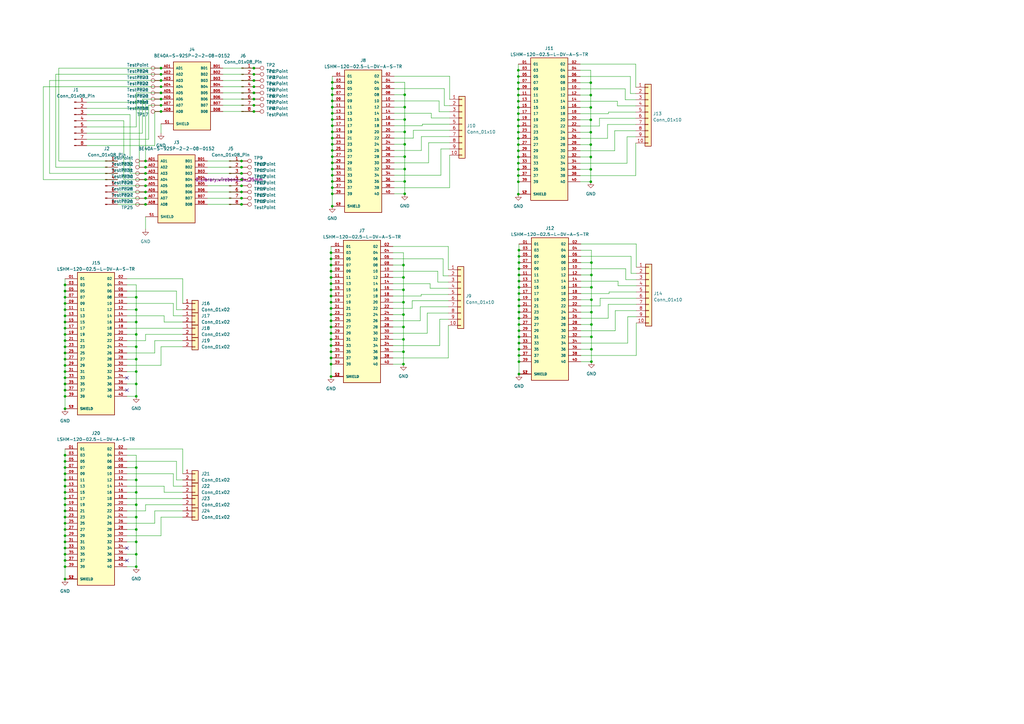
<source format=kicad_sch>
(kicad_sch (version 20230121) (generator eeschema)
  (paper "A3")
  (junction (at 135.763 144.272))
  (junction (at 55.88 207.01))
  (junction (at 212.598 49.149))
  (junction (at 55.88 212.09))
  (junction (at 26.67 219.71))
  (junction (at 165.481 149.352))
  (junction (at 212.852 115.316))
  (junction (at 212.852 133.096))
  (junction (at 136.271 41.402))
  (junction (at 104.14 38.1))
  (junction (at 136.271 43.942))
  (junction (at 26.67 139.7))
  (junction (at 136.271 54.102))
  (junction (at 212.598 74.549))
  (junction (at 26.67 167.64))
  (junction (at 136.271 66.802))
  (junction (at 104.14 33.02))
  (junction (at 135.763 121.412))
  (junction (at 212.852 138.176))
  (junction (at 165.481 108.712))
  (junction (at 242.57 122.936))
  (junction (at 135.763 134.112))
  (junction (at 212.852 130.556))
  (junction (at 26.67 199.39))
  (junction (at 99.06 81.28))
  (junction (at 165.989 69.342))
  (junction (at 26.67 194.31))
  (junction (at 136.271 71.882))
  (junction (at 55.88 217.17))
  (junction (at 242.316 69.469))
  (junction (at 59.69 71.12))
  (junction (at 212.598 61.849))
  (junction (at 136.271 84.582))
  (junction (at 66.04 43.18))
  (junction (at 165.481 118.872))
  (junction (at 59.69 83.82))
  (junction (at 26.67 224.79))
  (junction (at 212.852 110.236))
  (junction (at 136.271 33.782))
  (junction (at 165.989 64.262))
  (junction (at 59.69 73.66))
  (junction (at 136.271 59.182))
  (junction (at 136.271 49.022))
  (junction (at 104.14 45.72))
  (junction (at 26.67 212.09))
  (junction (at 104.14 43.18))
  (junction (at 135.763 126.492))
  (junction (at 55.88 132.08))
  (junction (at 26.67 147.32))
  (junction (at 212.598 79.629))
  (junction (at 165.989 59.182))
  (junction (at 212.598 31.369))
  (junction (at 104.14 27.94))
  (junction (at 135.763 123.952))
  (junction (at 135.763 118.872))
  (junction (at 99.06 71.12))
  (junction (at 242.316 44.069))
  (junction (at 136.271 76.962))
  (junction (at 55.88 157.48))
  (junction (at 66.04 40.64))
  (junction (at 66.04 35.56))
  (junction (at 136.271 74.422))
  (junction (at 136.271 64.262))
  (junction (at 135.763 141.732))
  (junction (at 135.763 113.792))
  (junction (at 26.67 162.56))
  (junction (at 136.271 51.562))
  (junction (at 212.598 64.389))
  (junction (at 26.67 129.54))
  (junction (at 136.271 36.322))
  (junction (at 212.852 112.776))
  (junction (at 242.316 49.149))
  (junction (at 55.88 162.56))
  (junction (at 66.04 27.94))
  (junction (at 26.67 137.16))
  (junction (at 135.763 111.252))
  (junction (at 59.69 81.28))
  (junction (at 135.763 116.332))
  (junction (at 135.763 136.652))
  (junction (at 212.598 66.929))
  (junction (at 26.67 232.41))
  (junction (at 26.67 209.55))
  (junction (at 26.67 132.08))
  (junction (at 55.88 227.33))
  (junction (at 55.88 142.24))
  (junction (at 212.852 120.396))
  (junction (at 242.57 138.176))
  (junction (at 242.57 112.776))
  (junction (at 135.763 131.572))
  (junction (at 212.598 38.989))
  (junction (at 136.271 56.642))
  (junction (at 165.481 134.112))
  (junction (at 212.852 107.696))
  (junction (at 242.57 133.096))
  (junction (at 59.69 76.2))
  (junction (at 165.989 54.102))
  (junction (at 212.598 72.009))
  (junction (at 165.989 38.862))
  (junction (at 26.67 196.85))
  (junction (at 55.88 232.41))
  (junction (at 212.598 59.309))
  (junction (at 212.852 145.796))
  (junction (at 165.481 123.952))
  (junction (at 59.69 68.58))
  (junction (at 26.67 160.02))
  (junction (at 99.06 83.82))
  (junction (at 136.271 61.722))
  (junction (at 59.69 78.74))
  (junction (at 135.763 146.812))
  (junction (at 55.88 127))
  (junction (at 165.481 113.792))
  (junction (at 212.598 46.609))
  (junction (at 55.88 137.16))
  (junction (at 99.06 73.66))
  (junction (at 136.271 69.342))
  (junction (at 26.67 229.87))
  (junction (at 55.88 222.25))
  (junction (at 242.57 107.696))
  (junction (at 212.598 44.069))
  (junction (at 212.598 28.829))
  (junction (at 26.67 237.49))
  (junction (at 135.763 103.632))
  (junction (at 26.67 154.94))
  (junction (at 55.88 191.77))
  (junction (at 136.271 38.862))
  (junction (at 26.67 134.62))
  (junction (at 242.57 117.856))
  (junction (at 212.852 117.856))
  (junction (at 26.67 142.24))
  (junction (at 26.67 201.93))
  (junction (at 212.852 135.636))
  (junction (at 136.271 46.482))
  (junction (at 212.598 33.909))
  (junction (at 165.989 43.942))
  (junction (at 212.852 153.416))
  (junction (at 104.14 30.48))
  (junction (at 212.598 56.769))
  (junction (at 26.67 227.33))
  (junction (at 99.06 78.74))
  (junction (at 26.67 127))
  (junction (at 26.67 204.47))
  (junction (at 99.06 66.04))
  (junction (at 242.57 128.016))
  (junction (at 242.316 74.549))
  (junction (at 212.852 148.336))
  (junction (at 242.316 33.909))
  (junction (at 26.67 116.84))
  (junction (at 26.67 217.17))
  (junction (at 212.852 122.936))
  (junction (at 26.67 207.01))
  (junction (at 242.316 38.989))
  (junction (at 242.316 59.309))
  (junction (at 26.67 144.78))
  (junction (at 26.67 222.25))
  (junction (at 136.271 79.502))
  (junction (at 212.598 51.689))
  (junction (at 135.763 139.192))
  (junction (at 212.852 143.256))
  (junction (at 212.852 125.476))
  (junction (at 55.88 196.85))
  (junction (at 55.88 121.92))
  (junction (at 99.06 76.2))
  (junction (at 165.989 74.422))
  (junction (at 26.67 191.77))
  (junction (at 135.763 149.352))
  (junction (at 26.67 157.48))
  (junction (at 135.763 108.712))
  (junction (at 212.852 102.616))
  (junction (at 66.04 30.48))
  (junction (at 66.04 38.1))
  (junction (at 135.763 129.032))
  (junction (at 26.67 124.46))
  (junction (at 165.989 79.502))
  (junction (at 212.598 36.449))
  (junction (at 242.57 143.256))
  (junction (at 104.14 40.64))
  (junction (at 165.481 129.032))
  (junction (at 242.57 148.336))
  (junction (at 59.69 66.04))
  (junction (at 104.14 35.56))
  (junction (at 242.316 54.229))
  (junction (at 135.763 154.432))
  (junction (at 26.67 149.86))
  (junction (at 212.598 69.469))
  (junction (at 135.763 106.172))
  (junction (at 165.989 49.022))
  (junction (at 55.88 152.4))
  (junction (at 165.481 144.272))
  (junction (at 212.598 54.229))
  (junction (at 212.852 128.016))
  (junction (at 26.67 214.63))
  (junction (at 26.67 119.38))
  (junction (at 26.67 152.4))
  (junction (at 66.04 33.02))
  (junction (at 212.852 140.716))
  (junction (at 66.04 45.72))
  (junction (at 165.481 139.192))
  (junction (at 55.88 147.32))
  (junction (at 55.88 201.93))
  (junction (at 212.852 105.156))
  (junction (at 26.67 186.69))
  (junction (at 99.06 68.58))
  (junction (at 26.67 189.23))
  (junction (at 212.598 41.529))
  (junction (at 242.316 64.389))
  (junction (at 26.67 121.92))
  (no_connect (at 52.07 229.87))
  (no_connect (at 52.07 160.02))
  (no_connect (at 52.07 224.79))
  (no_connect (at 52.07 154.94))
  (wire (pts (xy 26.67 227.33) (xy 26.67 229.87)))
  (wire (pts (xy 58.42 54.61) (xy 58.42 40.64)))
  (wire (pts (xy 48.26 71.12) (xy 20.32 71.12)))
  (wire (pts (xy 242.57 122.936) (xy 242.57 128.016)))
  (wire (pts (xy 26.67 186.69) (xy 26.67 189.23)))
  (wire (pts (xy 52.07 191.77) (xy 55.88 191.77)))
  (wire (pts (xy 52.07 127) (xy 55.88 127)))
  (wire (pts (xy 161.671 66.802) (xy 175.768 66.802)))
  (wire (pts (xy 52.07 189.23) (xy 72.39 189.23)))
  (wire (pts (xy 180.34 130.937) (xy 183.896 130.937)))
  (wire (pts (xy 55.88 207.01) (xy 55.88 212.09)))
  (wire (pts (xy 71.12 194.31) (xy 71.12 199.39)))
  (wire (pts (xy 136.271 38.862) (xy 136.271 41.402)))
  (wire (pts (xy 238.252 117.856) (xy 242.57 117.856)))
  (wire (pts (xy 212.598 59.309) (xy 212.598 61.849)))
  (wire (pts (xy 135.763 116.332) (xy 135.763 118.872)))
  (wire (pts (xy 26.67 219.71) (xy 26.67 222.25)))
  (wire (pts (xy 237.998 38.989) (xy 242.316 38.989)))
  (wire (pts (xy 238.252 122.936) (xy 242.57 122.936)))
  (wire (pts (xy 52.07 201.93) (xy 55.88 201.93)))
  (wire (pts (xy 74.93 114.3) (xy 74.93 124.46)))
  (wire (pts (xy 237.998 54.229) (xy 242.316 54.229)))
  (wire (pts (xy 212.852 143.256) (xy 212.852 145.796)))
  (wire (pts (xy 91.44 38.1) (xy 104.14 38.1)))
  (wire (pts (xy 26.67 229.87) (xy 26.67 232.41)))
  (wire (pts (xy 212.852 112.776) (xy 212.852 115.316)))
  (wire (pts (xy 91.44 45.72) (xy 104.14 45.72)))
  (wire (pts (xy 257.429 140.716) (xy 257.429 129.921)))
  (wire (pts (xy 52.07 142.24) (xy 55.88 142.24)))
  (wire (pts (xy 55.88 147.32) (xy 55.88 152.4)))
  (wire (pts (xy 26.67 119.38) (xy 26.67 121.92)))
  (wire (pts (xy 253.238 43.434) (xy 260.731 43.434)))
  (wire (pts (xy 55.88 201.93) (xy 55.88 207.01)))
  (wire (pts (xy 237.998 66.929) (xy 257.175 66.929)))
  (wire (pts (xy 85.09 68.58) (xy 99.06 68.58)))
  (wire (pts (xy 55.88 212.09) (xy 55.88 217.17)))
  (wire (pts (xy 169.037 123.317) (xy 183.896 123.317)))
  (wire (pts (xy 237.998 26.289) (xy 260.731 26.289)))
  (wire (pts (xy 257.175 66.929) (xy 257.175 56.134)))
  (wire (pts (xy 67.31 201.93) (xy 74.93 201.93)))
  (wire (pts (xy 242.316 28.829) (xy 242.316 33.909)))
  (wire (pts (xy 52.07 121.92) (xy 55.88 121.92)))
  (wire (pts (xy 24.13 66.04) (xy 48.26 66.04)))
  (wire (pts (xy 179.578 111.252) (xy 179.578 115.697)))
  (wire (pts (xy 181.737 113.157) (xy 183.896 113.157)))
  (wire (pts (xy 258.826 112.141) (xy 260.985 112.141)))
  (wire (pts (xy 161.671 64.262) (xy 165.989 64.262)))
  (wire (pts (xy 161.163 141.732) (xy 180.34 141.732)))
  (wire (pts (xy 249.428 130.556) (xy 249.428 124.841)))
  (wire (pts (xy 249.555 45.974) (xy 260.731 45.974)))
  (wire (pts (xy 212.598 33.909) (xy 212.598 36.449)))
  (wire (pts (xy 238.252 100.076) (xy 260.985 100.076)))
  (wire (pts (xy 260.731 72.009) (xy 260.731 58.674)))
  (wire (pts (xy 161.671 36.322) (xy 182.245 36.322)))
  (wire (pts (xy 52.07 137.16) (xy 55.88 137.16)))
  (wire (pts (xy 48.26 78.74) (xy 59.69 78.74)))
  (wire (pts (xy 165.989 79.502) (xy 161.671 79.502)))
  (wire (pts (xy 136.271 46.482) (xy 136.271 49.022)))
  (wire (pts (xy 24.13 27.94) (xy 66.04 27.94)))
  (wire (pts (xy 26.67 154.94) (xy 26.67 157.48)))
  (wire (pts (xy 256.413 36.449) (xy 256.413 40.894)))
  (wire (pts (xy 26.67 114.3) (xy 26.67 116.84)))
  (wire (pts (xy 52.07 119.38) (xy 72.39 119.38)))
  (wire (pts (xy 161.671 31.242) (xy 184.404 31.242)))
  (wire (pts (xy 253.492 115.316) (xy 253.492 117.221)))
  (wire (pts (xy 212.598 44.069) (xy 212.598 46.609)))
  (wire (pts (xy 212.852 128.016) (xy 212.852 130.556)))
  (wire (pts (xy 66.04 38.1) (xy 55.88 38.1)))
  (wire (pts (xy 52.07 227.33) (xy 55.88 227.33)))
  (wire (pts (xy 161.163 146.812) (xy 183.896 146.812)))
  (wire (pts (xy 238.252 143.256) (xy 242.57 143.256)))
  (wire (pts (xy 55.88 52.07) (xy 35.56 52.07)))
  (wire (pts (xy 48.26 83.82) (xy 59.69 83.82)))
  (wire (pts (xy 252.349 135.636) (xy 252.349 127.381)))
  (wire (pts (xy 26.67 207.01) (xy 26.67 209.55)))
  (wire (pts (xy 238.252 133.096) (xy 242.57 133.096)))
  (wire (pts (xy 136.271 66.802) (xy 136.271 69.342)))
  (wire (pts (xy 212.598 56.769) (xy 212.598 59.309)))
  (wire (pts (xy 60.96 57.15) (xy 35.56 57.15)))
  (wire (pts (xy 161.163 126.492) (xy 169.037 126.492)))
  (wire (pts (xy 161.671 71.882) (xy 180.848 71.882)))
  (wire (pts (xy 55.88 127) (xy 55.88 132.08)))
  (wire (pts (xy 237.998 49.149) (xy 242.316 49.149)))
  (wire (pts (xy 67.31 129.54) (xy 67.31 132.08)))
  (wire (pts (xy 74.93 184.15) (xy 74.93 194.31)))
  (wire (pts (xy 249.174 51.054) (xy 260.731 51.054)))
  (wire (pts (xy 55.88 157.48) (xy 55.88 162.56)))
  (wire (pts (xy 182.245 43.307) (xy 184.404 43.307)))
  (wire (pts (xy 256.667 114.681) (xy 260.985 114.681)))
  (wire (pts (xy 52.07 212.09) (xy 55.88 212.09)))
  (wire (pts (xy 173.228 51.562) (xy 173.228 50.927)))
  (wire (pts (xy 161.671 69.342) (xy 165.989 69.342)))
  (wire (pts (xy 165.481 144.272) (xy 165.481 149.352)))
  (wire (pts (xy 252.095 53.594) (xy 260.731 53.594)))
  (wire (pts (xy 135.763 136.652) (xy 135.763 139.192)))
  (wire (pts (xy 59.69 71.12) (xy 53.34 71.12)))
  (wire (pts (xy 246.126 125.476) (xy 246.126 122.301)))
  (wire (pts (xy 161.163 139.192) (xy 165.481 139.192)))
  (wire (pts (xy 52.07 194.31) (xy 71.12 194.31)))
  (wire (pts (xy 165.989 49.022) (xy 165.989 54.102)))
  (wire (pts (xy 165.481 129.032) (xy 165.481 134.112)))
  (wire (pts (xy 52.07 157.48) (xy 55.88 157.48)))
  (wire (pts (xy 161.671 76.962) (xy 184.404 76.962)))
  (wire (pts (xy 161.163 101.092) (xy 183.896 101.092)))
  (wire (pts (xy 161.163 129.032) (xy 165.481 129.032)))
  (wire (pts (xy 35.56 54.61) (xy 58.42 54.61)))
  (wire (pts (xy 237.998 41.529) (xy 253.238 41.529)))
  (wire (pts (xy 17.78 73.66) (xy 17.78 35.56)))
  (wire (pts (xy 48.26 76.2) (xy 59.69 76.2)))
  (wire (pts (xy 212.598 28.829) (xy 212.598 31.369)))
  (wire (pts (xy 161.671 46.482) (xy 176.911 46.482)))
  (wire (pts (xy 165.989 59.182) (xy 165.989 64.262)))
  (wire (pts (xy 212.852 117.856) (xy 212.852 120.396)))
  (wire (pts (xy 66.04 212.09) (xy 74.93 212.09)))
  (wire (pts (xy 176.911 48.387) (xy 184.404 48.387)))
  (wire (pts (xy 165.481 113.792) (xy 165.481 118.872)))
  (wire (pts (xy 85.09 78.74) (xy 99.06 78.74)))
  (wire (pts (xy 136.271 33.782) (xy 136.271 36.322)))
  (wire (pts (xy 91.44 43.18) (xy 104.14 43.18)))
  (wire (pts (xy 52.07 129.54) (xy 67.31 129.54)))
  (wire (pts (xy 212.598 64.389) (xy 212.598 66.929)))
  (wire (pts (xy 238.252 140.716) (xy 257.429 140.716)))
  (wire (pts (xy 161.163 116.332) (xy 176.403 116.332)))
  (wire (pts (xy 212.598 49.149) (xy 212.598 51.689)))
  (wire (pts (xy 85.09 76.2) (xy 99.06 76.2)))
  (wire (pts (xy 165.481 103.632) (xy 165.481 108.712)))
  (wire (pts (xy 242.57 117.856) (xy 242.57 122.936)))
  (wire (pts (xy 161.671 41.402) (xy 180.086 41.402)))
  (wire (pts (xy 212.852 105.156) (xy 212.852 107.696)))
  (wire (pts (xy 48.26 81.28) (xy 59.69 81.28)))
  (wire (pts (xy 135.763 113.792) (xy 135.763 116.332)))
  (wire (pts (xy 249.555 46.609) (xy 249.555 45.974)))
  (wire (pts (xy 161.671 61.722) (xy 172.847 61.722)))
  (wire (pts (xy 59.69 207.01) (xy 74.93 207.01)))
  (wire (pts (xy 175.768 58.547) (xy 184.404 58.547)))
  (wire (pts (xy 212.852 133.096) (xy 212.852 135.636)))
  (wire (pts (xy 252.349 127.381) (xy 260.985 127.381)))
  (wire (pts (xy 55.88 232.41) (xy 52.07 232.41)))
  (wire (pts (xy 237.998 72.009) (xy 260.731 72.009)))
  (wire (pts (xy 63.5 59.69) (xy 63.5 45.72)))
  (wire (pts (xy 136.271 41.402) (xy 136.271 43.942)))
  (wire (pts (xy 260.985 100.076) (xy 260.985 109.601)))
  (wire (pts (xy 136.271 61.722) (xy 136.271 64.262)))
  (wire (pts (xy 212.598 38.989) (xy 212.598 41.529)))
  (wire (pts (xy 212.598 46.609) (xy 212.598 49.149)))
  (wire (pts (xy 26.67 157.48) (xy 26.67 160.02)))
  (wire (pts (xy 26.67 222.25) (xy 26.67 224.79)))
  (wire (pts (xy 249.174 56.769) (xy 249.174 51.054)))
  (wire (pts (xy 242.57 143.256) (xy 242.57 148.336)))
  (wire (pts (xy 55.88 116.84) (xy 55.88 121.92)))
  (wire (pts (xy 161.163 131.572) (xy 172.339 131.572)))
  (wire (pts (xy 66.04 43.18) (xy 60.96 43.18)))
  (wire (pts (xy 55.88 191.77) (xy 55.88 196.85)))
  (wire (pts (xy 52.07 114.3) (xy 74.93 114.3)))
  (wire (pts (xy 161.671 51.562) (xy 173.228 51.562)))
  (wire (pts (xy 172.339 125.857) (xy 183.896 125.857)))
  (wire (pts (xy 258.572 31.369) (xy 258.572 38.354)))
  (wire (pts (xy 55.88 186.69) (xy 55.88 191.77)))
  (wire (pts (xy 72.39 196.85) (xy 74.93 196.85)))
  (wire (pts (xy 176.911 46.482) (xy 176.911 48.387)))
  (wire (pts (xy 136.271 56.642) (xy 136.271 59.182)))
  (wire (pts (xy 212.852 145.796) (xy 212.852 148.336)))
  (wire (pts (xy 161.671 59.182) (xy 165.989 59.182)))
  (wire (pts (xy 52.07 144.78) (xy 63.5 144.78)))
  (wire (pts (xy 212.852 100.076) (xy 212.852 102.616)))
  (wire (pts (xy 237.998 44.069) (xy 242.316 44.069)))
  (wire (pts (xy 165.481 134.112) (xy 165.481 139.192)))
  (wire (pts (xy 53.34 71.12) (xy 53.34 46.99)))
  (wire (pts (xy 52.07 217.17) (xy 55.88 217.17)))
  (wire (pts (xy 212.852 115.316) (xy 212.852 117.856)))
  (wire (pts (xy 237.998 51.689) (xy 245.872 51.689)))
  (wire (pts (xy 161.671 74.422) (xy 165.989 74.422)))
  (wire (pts (xy 238.252 145.796) (xy 260.985 145.796)))
  (wire (pts (xy 85.09 83.82) (xy 99.06 83.82)))
  (wire (pts (xy 136.271 54.102) (xy 136.271 56.642)))
  (wire (pts (xy 242.57 112.776) (xy 242.57 117.856)))
  (wire (pts (xy 67.31 132.08) (xy 74.93 132.08)))
  (wire (pts (xy 50.8 73.66) (xy 50.8 49.53)))
  (wire (pts (xy 172.72 121.412) (xy 172.72 120.777)))
  (wire (pts (xy 52.07 196.85) (xy 55.88 196.85)))
  (wire (pts (xy 242.57 148.336) (xy 238.252 148.336)))
  (wire (pts (xy 136.271 64.262) (xy 136.271 66.802)))
  (wire (pts (xy 179.578 115.697) (xy 183.896 115.697)))
  (wire (pts (xy 55.88 196.85) (xy 55.88 201.93)))
  (wire (pts (xy 135.763 121.412) (xy 135.763 123.952)))
  (wire (pts (xy 67.31 199.39) (xy 67.31 201.93)))
  (wire (pts (xy 66.04 149.86) (xy 66.04 142.24)))
  (wire (pts (xy 165.989 69.342) (xy 165.989 74.422)))
  (wire (pts (xy 161.163 103.632) (xy 165.481 103.632)))
  (wire (pts (xy 135.763 111.252) (xy 135.763 113.792)))
  (wire (pts (xy 212.598 51.689) (xy 212.598 54.229)))
  (wire (pts (xy 52.07 214.63) (xy 63.5 214.63)))
  (wire (pts (xy 237.998 31.369) (xy 258.572 31.369)))
  (wire (pts (xy 161.671 56.642) (xy 169.545 56.642)))
  (wire (pts (xy 26.67 201.93) (xy 26.67 204.47)))
  (wire (pts (xy 52.07 149.86) (xy 66.04 149.86)))
  (wire (pts (xy 136.271 36.322) (xy 136.271 38.862)))
  (wire (pts (xy 63.5 139.7) (xy 74.93 139.7)))
  (wire (pts (xy 52.07 124.46) (xy 71.12 124.46)))
  (wire (pts (xy 161.163 111.252) (xy 179.578 111.252)))
  (wire (pts (xy 136.271 71.882) (xy 136.271 74.422)))
  (wire (pts (xy 66.04 142.24) (xy 74.93 142.24)))
  (wire (pts (xy 212.598 54.229) (xy 212.598 56.769)))
  (wire (pts (xy 180.34 141.732) (xy 180.34 130.937)))
  (wire (pts (xy 242.316 64.389) (xy 242.316 69.469)))
  (wire (pts (xy 169.037 126.492) (xy 169.037 123.317)))
  (wire (pts (xy 237.998 28.829) (xy 242.316 28.829)))
  (wire (pts (xy 245.872 48.514) (xy 260.731 48.514)))
  (wire (pts (xy 165.481 139.192) (xy 165.481 144.272)))
  (wire (pts (xy 55.88 38.1) (xy 55.88 52.07)))
  (wire (pts (xy 59.69 88.9) (xy 59.69 93.98)))
  (wire (pts (xy 161.163 108.712) (xy 165.481 108.712)))
  (wire (pts (xy 136.271 51.562) (xy 136.271 54.102)))
  (wire (pts (xy 60.96 43.18) (xy 60.96 57.15)))
  (wire (pts (xy 136.271 69.342) (xy 136.271 71.882)))
  (wire (pts (xy 212.598 74.549) (xy 212.598 79.629)))
  (wire (pts (xy 212.852 135.636) (xy 212.852 138.176)))
  (wire (pts (xy 183.896 101.092) (xy 183.896 110.617)))
  (wire (pts (xy 59.69 41.91) (xy 35.56 41.91)))
  (wire (pts (xy 136.271 74.422) (xy 136.271 76.962)))
  (wire (pts (xy 135.763 108.712) (xy 135.763 111.252)))
  (wire (pts (xy 260.985 145.796) (xy 260.985 132.461)))
  (wire (pts (xy 52.07 152.4) (xy 55.88 152.4)))
  (wire (pts (xy 91.44 35.56) (xy 104.14 35.56)))
  (wire (pts (xy 212.598 66.929) (xy 212.598 69.469)))
  (wire (pts (xy 249.428 124.841) (xy 260.985 124.841)))
  (wire (pts (xy 20.32 71.12) (xy 20.32 33.02)))
  (wire (pts (xy 182.245 36.322) (xy 182.245 43.307)))
  (wire (pts (xy 176.403 118.237) (xy 183.896 118.237)))
  (wire (pts (xy 59.69 137.16) (xy 74.93 137.16)))
  (wire (pts (xy 26.67 217.17) (xy 26.67 219.71)))
  (wire (pts (xy 238.252 130.556) (xy 249.428 130.556)))
  (wire (pts (xy 26.67 191.77) (xy 26.67 194.31)))
  (wire (pts (xy 161.163 106.172) (xy 181.737 106.172)))
  (wire (pts (xy 242.316 69.469) (xy 242.316 74.549)))
  (wire (pts (xy 52.07 184.15) (xy 74.93 184.15)))
  (wire (pts (xy 26.67 134.62) (xy 26.67 137.16)))
  (wire (pts (xy 26.67 189.23) (xy 26.67 191.77)))
  (wire (pts (xy 165.989 33.782) (xy 165.989 38.862)))
  (wire (pts (xy 242.316 49.149) (xy 242.316 54.229)))
  (wire (pts (xy 26.67 139.7) (xy 26.67 142.24)))
  (wire (pts (xy 136.271 59.182) (xy 136.271 61.722)))
  (wire (pts (xy 212.852 140.716) (xy 212.852 143.256)))
  (wire (pts (xy 212.598 36.449) (xy 212.598 38.989)))
  (wire (pts (xy 237.998 64.389) (xy 242.316 64.389)))
  (wire (pts (xy 161.163 113.792) (xy 165.481 113.792)))
  (wire (pts (xy 71.12 129.54) (xy 74.93 129.54)))
  (wire (pts (xy 257.175 56.134) (xy 260.731 56.134)))
  (wire (pts (xy 238.252 107.696) (xy 242.57 107.696)))
  (wire (pts (xy 91.44 27.94) (xy 104.14 27.94)))
  (wire (pts (xy 52.07 204.47) (xy 74.93 204.47)))
  (wire (pts (xy 212.852 122.936) (xy 212.852 125.476)))
  (wire (pts (xy 252.095 61.849) (xy 252.095 53.594)))
  (wire (pts (xy 26.67 224.79) (xy 26.67 227.33)))
  (wire (pts (xy 212.852 148.336) (xy 212.852 153.416)))
  (wire (pts (xy 26.67 199.39) (xy 26.67 201.93)))
  (wire (pts (xy 172.847 56.007) (xy 184.404 56.007)))
  (wire (pts (xy 253.238 41.529) (xy 253.238 43.434)))
  (wire (pts (xy 181.737 106.172) (xy 181.737 113.157)))
  (wire (pts (xy 22.86 30.48) (xy 66.04 30.48)))
  (wire (pts (xy 135.763 141.732) (xy 135.763 144.272)))
  (wire (pts (xy 85.09 73.66) (xy 99.06 73.66)))
  (wire (pts (xy 257.429 129.921) (xy 260.985 129.921)))
  (wire (pts (xy 136.271 43.942) (xy 136.271 46.482)))
  (wire (pts (xy 57.15 44.45) (xy 35.56 44.45)))
  (wire (pts (xy 237.998 69.469) (xy 242.316 69.469)))
  (wire (pts (xy 135.763 144.272) (xy 135.763 146.812)))
  (wire (pts (xy 180.086 45.847) (xy 184.404 45.847)))
  (wire (pts (xy 212.852 120.396) (xy 212.852 122.936)))
  (wire (pts (xy 242.316 74.549) (xy 237.998 74.549)))
  (wire (pts (xy 55.88 222.25) (xy 55.88 227.33)))
  (wire (pts (xy 59.69 209.55) (xy 59.69 207.01)))
  (wire (pts (xy 26.67 144.78) (xy 26.67 147.32)))
  (wire (pts (xy 26.67 127) (xy 26.67 129.54)))
  (wire (pts (xy 72.39 119.38) (xy 72.39 127)))
  (wire (pts (xy 242.57 138.176) (xy 242.57 143.256)))
  (wire (pts (xy 165.481 118.872) (xy 165.481 123.952)))
  (wire (pts (xy 136.271 79.502) (xy 136.271 84.582)))
  (wire (pts (xy 63.5 144.78) (xy 63.5 139.7)))
  (wire (pts (xy 26.67 121.92) (xy 26.67 124.46)))
  (wire (pts (xy 135.763 134.112) (xy 135.763 136.652)))
  (wire (pts (xy 238.252 115.316) (xy 253.492 115.316)))
  (wire (pts (xy 172.72 120.777) (xy 183.896 120.777)))
  (wire (pts (xy 85.09 66.04) (xy 99.06 66.04)))
  (wire (pts (xy 175.768 66.802) (xy 175.768 58.547)))
  (wire (pts (xy 66.04 219.71) (xy 66.04 212.09)))
  (wire (pts (xy 212.598 26.289) (xy 212.598 28.829)))
  (wire (pts (xy 135.763 146.812) (xy 135.763 149.352)))
  (wire (pts (xy 165.989 54.102) (xy 165.989 59.182)))
  (wire (pts (xy 59.69 66.04) (xy 59.69 41.91)))
  (wire (pts (xy 212.852 107.696) (xy 212.852 110.236)))
  (wire (pts (xy 55.88 152.4) (xy 55.88 157.48)))
  (wire (pts (xy 35.56 59.69) (xy 63.5 59.69)))
  (wire (pts (xy 176.403 116.332) (xy 176.403 118.237)))
  (wire (pts (xy 169.545 53.467) (xy 184.404 53.467)))
  (wire (pts (xy 237.998 33.909) (xy 242.316 33.909)))
  (wire (pts (xy 26.67 184.15) (xy 26.67 186.69)))
  (wire (pts (xy 242.316 38.989) (xy 242.316 44.069)))
  (wire (pts (xy 136.271 31.242) (xy 136.271 33.782)))
  (wire (pts (xy 24.13 27.94) (xy 24.13 66.04)))
  (wire (pts (xy 135.763 149.352) (xy 135.763 154.432)))
  (wire (pts (xy 52.07 199.39) (xy 67.31 199.39)))
  (wire (pts (xy 26.67 147.32) (xy 26.67 149.86)))
  (wire (pts (xy 26.67 149.86) (xy 26.67 152.4)))
  (wire (pts (xy 180.086 41.402) (xy 180.086 45.847)))
  (wire (pts (xy 71.12 199.39) (xy 74.93 199.39)))
  (wire (pts (xy 165.481 123.952) (xy 165.481 129.032)))
  (wire (pts (xy 26.67 124.46) (xy 26.67 127)))
  (wire (pts (xy 135.763 131.572) (xy 135.763 134.112)))
  (wire (pts (xy 212.598 31.369) (xy 212.598 33.909)))
  (wire (pts (xy 72.39 189.23) (xy 72.39 196.85)))
  (wire (pts (xy 237.998 56.769) (xy 249.174 56.769)))
  (wire (pts (xy 72.39 127) (xy 74.93 127)))
  (wire (pts (xy 242.316 54.229) (xy 242.316 59.309)))
  (wire (pts (xy 85.09 71.12) (xy 99.06 71.12)))
  (wire (pts (xy 237.998 36.449) (xy 256.413 36.449)))
  (wire (pts (xy 238.252 135.636) (xy 252.349 135.636)))
  (wire (pts (xy 175.26 136.652) (xy 175.26 128.397)))
  (wire (pts (xy 242.316 44.069) (xy 242.316 49.149)))
  (wire (pts (xy 135.763 106.172) (xy 135.763 108.712)))
  (wire (pts (xy 59.69 139.7) (xy 59.69 137.16)))
  (wire (pts (xy 175.26 128.397) (xy 183.896 128.397)))
  (wire (pts (xy 180.848 71.882) (xy 180.848 61.087)))
  (wire (pts (xy 237.998 61.849) (xy 252.095 61.849)))
  (wire (pts (xy 52.07 139.7) (xy 59.69 139.7)))
  (wire (pts (xy 52.07 147.32) (xy 55.88 147.32)))
  (wire (pts (xy 63.5 45.72) (xy 66.04 45.72)))
  (wire (pts (xy 242.57 107.696) (xy 242.57 112.776)))
  (wire (pts (xy 172.847 61.722) (xy 172.847 56.007)))
  (wire (pts (xy 212.852 110.236) (xy 212.852 112.776)))
  (wire (pts (xy 26.67 160.02) (xy 26.67 162.56)))
  (wire (pts (xy 161.163 121.412) (xy 172.72 121.412)))
  (wire (pts (xy 161.671 43.942) (xy 165.989 43.942)))
  (wire (pts (xy 238.252 105.156) (xy 258.826 105.156)))
  (wire (pts (xy 52.07 207.01) (xy 55.88 207.01)))
  (wire (pts (xy 161.163 123.952) (xy 165.481 123.952)))
  (wire (pts (xy 63.5 214.63) (xy 63.5 209.55)))
  (wire (pts (xy 165.989 43.942) (xy 165.989 49.022)))
  (wire (pts (xy 212.852 125.476) (xy 212.852 128.016)))
  (wire (pts (xy 52.07 209.55) (xy 59.69 209.55)))
  (wire (pts (xy 212.852 130.556) (xy 212.852 133.096)))
  (wire (pts (xy 55.88 132.08) (xy 55.88 137.16)))
  (wire (pts (xy 238.252 120.396) (xy 249.809 120.396)))
  (wire (pts (xy 55.88 142.24) (xy 55.88 147.32)))
  (wire (pts (xy 183.896 146.812) (xy 183.896 133.477)))
  (wire (pts (xy 161.163 136.652) (xy 175.26 136.652)))
  (wire (pts (xy 55.88 217.17) (xy 55.88 222.25)))
  (wire (pts (xy 169.545 56.642) (xy 169.545 53.467)))
  (wire (pts (xy 237.998 59.309) (xy 242.316 59.309)))
  (wire (pts (xy 59.69 68.58) (xy 57.15 68.58)))
  (wire (pts (xy 212.598 61.849) (xy 212.598 64.389)))
  (wire (pts (xy 91.44 33.02) (xy 104.14 33.02)))
  (wire (pts (xy 165.989 64.262) (xy 165.989 69.342)))
  (wire (pts (xy 238.252 128.016) (xy 242.57 128.016)))
  (wire (pts (xy 26.67 232.41) (xy 26.67 237.49)))
  (wire (pts (xy 184.404 31.242) (xy 184.404 40.767)))
  (wire (pts (xy 135.763 101.092) (xy 135.763 103.632)))
  (wire (pts (xy 212.852 102.616) (xy 212.852 105.156)))
  (wire (pts (xy 242.57 128.016) (xy 242.57 133.096)))
  (wire (pts (xy 238.252 102.616) (xy 242.57 102.616)))
  (wire (pts (xy 161.671 33.782) (xy 165.989 33.782)))
  (wire (pts (xy 238.252 112.776) (xy 242.57 112.776)))
  (wire (pts (xy 172.339 131.572) (xy 172.339 125.857)))
  (wire (pts (xy 26.67 132.08) (xy 26.67 134.62)))
  (wire (pts (xy 53.34 46.99) (xy 35.56 46.99)))
  (wire (pts (xy 55.88 162.56) (xy 52.07 162.56)))
  (wire (pts (xy 165.481 108.712) (xy 165.481 113.792)))
  (wire (pts (xy 249.809 120.396) (xy 249.809 119.761)))
  (wire (pts (xy 26.67 212.09) (xy 26.67 214.63)))
  (wire (pts (xy 165.989 38.862) (xy 165.989 43.942)))
  (wire (pts (xy 245.872 51.689) (xy 245.872 48.514)))
  (wire (pts (xy 256.667 110.236) (xy 256.667 114.681)))
  (wire (pts (xy 55.88 227.33) (xy 55.88 232.41)))
  (wire (pts (xy 85.09 81.28) (xy 99.06 81.28)))
  (wire (pts (xy 242.57 102.616) (xy 242.57 107.696)))
  (wire (pts (xy 135.763 118.872) (xy 135.763 121.412)))
  (wire (pts (xy 50.8 49.53) (xy 35.56 49.53)))
  (wire (pts (xy 59.69 73.66) (xy 50.8 73.66)))
  (wire (pts (xy 242.316 59.309) (xy 242.316 64.389)))
  (wire (pts (xy 26.67 162.56) (xy 26.67 167.64)))
  (wire (pts (xy 242.316 33.909) (xy 242.316 38.989)))
  (wire (pts (xy 161.163 144.272) (xy 165.481 144.272)))
  (wire (pts (xy 26.67 204.47) (xy 26.67 207.01)))
  (wire (pts (xy 161.671 38.862) (xy 165.989 38.862)))
  (wire (pts (xy 91.44 40.64) (xy 104.14 40.64)))
  (wire (pts (xy 136.271 76.962) (xy 136.271 79.502)))
  (wire (pts (xy 52.07 219.71) (xy 66.04 219.71)))
  (wire (pts (xy 161.671 49.022) (xy 165.989 49.022)))
  (wire (pts (xy 238.252 110.236) (xy 256.667 110.236)))
  (wire (pts (xy 212.852 138.176) (xy 212.852 140.716)))
  (wire (pts (xy 91.44 30.48) (xy 104.14 30.48)))
  (wire (pts (xy 238.252 125.476) (xy 246.126 125.476)))
  (wire (pts (xy 135.763 126.492) (xy 135.763 129.032)))
  (wire (pts (xy 52.07 132.08) (xy 55.88 132.08)))
  (wire (pts (xy 26.67 194.31) (xy 26.67 196.85)))
  (wire (pts (xy 63.5 209.55) (xy 74.93 209.55)))
  (wire (pts (xy 242.57 133.096) (xy 242.57 138.176)))
  (wire (pts (xy 26.67 152.4) (xy 26.67 154.94)))
  (wire (pts (xy 212.598 69.469) (xy 212.598 72.009)))
  (wire (pts (xy 26.67 129.54) (xy 26.67 132.08)))
  (wire (pts (xy 237.998 46.609) (xy 249.555 46.609)))
  (wire (pts (xy 26.67 116.84) (xy 26.67 119.38)))
  (wire (pts (xy 258.826 105.156) (xy 258.826 112.141)))
  (wire (pts (xy 165.481 149.352) (xy 161.163 149.352)))
  (wire (pts (xy 71.12 124.46) (xy 71.12 129.54)))
  (wire (pts (xy 135.763 139.192) (xy 135.763 141.732)))
  (wire (pts (xy 26.67 209.55) (xy 26.67 212.09)))
  (wire (pts (xy 55.88 137.16) (xy 55.88 142.24)))
  (wire (pts (xy 26.67 142.24) (xy 26.67 144.78)))
  (wire (pts (xy 57.15 68.58) (xy 57.15 44.45)))
  (wire (pts (xy 238.252 138.176) (xy 242.57 138.176)))
  (wire (pts (xy 52.07 222.25) (xy 55.88 222.25)))
  (wire (pts (xy 26.67 196.85) (xy 26.67 199.39)))
  (wire (pts (xy 184.404 76.962) (xy 184.404 63.627)))
  (wire (pts (xy 256.413 40.894) (xy 260.731 40.894)))
  (wire (pts (xy 260.731 26.289) (xy 260.731 35.814)))
  (wire (pts (xy 161.163 118.872) (xy 165.481 118.872)))
  (wire (pts (xy 52.07 134.62) (xy 74.93 134.62)))
  (wire (pts (xy 173.228 50.927) (xy 184.404 50.927)))
  (wire (pts (xy 253.492 117.221) (xy 260.985 117.221)))
  (wire (pts (xy 55.88 121.92) (xy 55.88 127)))
  (wire (pts (xy 135.763 123.952) (xy 135.763 126.492)))
  (wire (pts (xy 258.572 38.354) (xy 260.731 38.354)))
  (wire (pts (xy 161.163 134.112) (xy 165.481 134.112)))
  (wire (pts (xy 135.763 129.032) (xy 135.763 131.572)))
  (wire (pts (xy 17.78 35.56) (xy 66.04 35.56)))
  (wire (pts (xy 180.848 61.087) (xy 184.404 61.087)))
  (wire (pts (xy 249.809 119.761) (xy 260.985 119.761)))
  (wire (pts (xy 26.67 214.63) (xy 26.67 217.17)))
  (wire (pts (xy 246.126 122.301) (xy 260.985 122.301)))
  (wire (pts (xy 20.32 33.02) (xy 66.04 33.02)))
  (wire (pts (xy 48.26 73.66) (xy 17.78 73.66)))
  (wire (pts (xy 48.26 68.58) (xy 22.86 68.58)))
  (wire (pts (xy 135.763 103.632) (xy 135.763 106.172)))
  (wire (pts (xy 165.989 74.422) (xy 165.989 79.502)))
  (wire (pts (xy 58.42 40.64) (xy 66.04 40.64)))
  (wire (pts (xy 212.598 41.529) (xy 212.598 44.069)))
  (wire (pts (xy 52.07 116.84) (xy 55.88 116.84)))
  (wire (pts (xy 212.598 72.009) (xy 212.598 74.549)))
  (wire (pts (xy 136.271 49.022) (xy 136.271 51.562)))
  (wire (pts (xy 52.07 186.69) (xy 55.88 186.69)))
  (wire (pts (xy 161.671 54.102) (xy 165.989 54.102)))
  (wire (pts (xy 22.86 68.58) (xy 22.86 30.48)))
  (wire (pts (xy 26.67 137.16) (xy 26.67 139.7)))
  (wire (pts (xy 66.04 50.8) (xy 66.04 54.61)))
  (symbol (lib_id "Connector:TestPoint") (at 59.69 81.28 90) (unit 1)
    (property "Reference" "TP26" (at 54.61 82.55 90) (effects (justify left)))
    (property "Value" "TestPoint" (at 54.61 80.01 90) (effects (justify left)))
    (property "Footprint" "TestPoint:TestPoint_THTPad_D1.0mm_Drill0.5mm" (effects hide))
  )
  (symbol (lib_id "Connector:TestPoint") (at 99.06 83.82 270) (unit 1)
    (property "Reference" "TP16" (at 104.14 82.55 90) (effects (justify left)))
    (property "Value" "TestPoint" (at 104.14 85.09 90) (effects (justify left)))
    (property "Footprint" "TestPoint:TestPoint_THTPad_D1.0mm_Drill0.5mm" (effects hide))
  )
  (symbol (lib_id "Connector:TestPoint") (at 59.69 73.66 90) (unit 1)
    (property "Reference" "TP29" (at 54.61 74.93 90) (effects (justify left)))
    (property "Value" "TestPoint" (at 54.61 72.39 90) (effects (justify left)))
    (property "Footprint" "TestPoint:TestPoint_THTPad_D1.0mm_Drill0.5mm" (effects hide))
  )
  (symbol (lib_id "Connector_Generic:Conn_01x02") (at 80.01 204.47 0) (unit 1)
    (property "Reference" "J23" (at 82.55 204.47 0) (effects (justify left)))
    (property "Value" "Conn_01x02" (at 82.55 207.01 0) (effects (justify left)))
    (property "Footprint" "0_Library:wirebond_2x_500um" (effects hide))
  )
  (symbol (lib_id "Connector:TestPoint") (at 104.14 45.72 270) (unit 1)
    (property "Reference" "TP8" (at 109.22 44.45 90) (effects (justify left)))
    (property "Value" "TestPoint" (at 109.22 46.99 90) (effects (justify left)))
    (property "Footprint" "TestPoint:TestPoint_THTPad_D1.0mm_Drill0.5mm" (effects hide))
  )
  (symbol (lib_id "Connector:TestPoint") (at 99.06 68.58 270) (unit 1)
    (property "Reference" "TP10" (at 104.14 67.31 90) (effects (justify left)))
    (property "Value" "TestPoint" (at 104.14 69.85 90) (effects (justify left)))
    (property "Footprint" "TestPoint:TestPoint_THTPad_D1.0mm_Drill0.5mm" (effects hide))
  )
  (symbol (lib_id "Connector:TestPoint") (at 66.04 43.18 90) (unit 1)
    (property "Reference" "TP18" (at 60.96 44.45 90) (effects (justify left)))
    (property "Value" "TestPoint" (at 60.96 41.91 90) (effects (justify left)))
    (property "Footprint" "TestPoint:TestPoint_THTPad_D1.0mm_Drill0.5mm" (effects hide))
  )
  (symbol (lib_id "power:GND") (at 135.763 154.432 0) (unit 1)
    (property "Reference" "#PWR03" (effects hide))
    (property "Value" "GND" (at 135.763 159.385 0))
  )
  (symbol (lib_id "Connector_Generic:Conn_01x10") (at 266.065 119.761 0) (unit 1)
    (property "Reference" "J14" (at 268.097 120.396 0) (effects (justify left)))
    (property "Value" "Conn_01x10" (at 268.097 122.936 0) (effects (justify left)))
    (property "Footprint" "0_Library:wirebond_10x_1cm" (effects hide))
  )
  (symbol (lib_id "power:GND") (at 136.271 84.582 0) (unit 1)
    (property "Reference" "#PWR04" (effects hide))
    (property "Value" "GND" (at 136.271 89.535 0))
  )
  (symbol (lib_id "Connector_Generic:Conn_01x10") (at 189.484 50.927 0) (unit 1)
    (property "Reference" "J10" (at 191.516 51.562 0) (effects (justify left)))
    (property "Value" "Conn_01x10" (at 191.516 54.102 0) (effects (justify left)))
    (property "Footprint" "0_Library:wirebond_10x_1cm" (effects hide))
  )
  (symbol (lib_id "Connector:TestPoint") (at 66.04 38.1 90) (unit 1)
    (property "Reference" "TP20" (at 60.96 39.37 90) (effects (justify left)))
    (property "Value" "TestPoint" (at 60.96 36.83 90) (effects (justify left)))
    (property "Footprint" "TestPoint:TestPoint_THTPad_D1.0mm_Drill0.5mm" (effects hide))
  )
  (symbol (lib_id "power:GND") (at 59.69 93.98 0) (unit 1)
    (property "Reference" "#PWR01" (effects hide))
    (property "Value" "GND" (at 59.69 99.06 0))
  )
  (symbol (lib_id "Connector:Conn_01x08_Pin") (at 93.98 73.66 0) (unit 1)
    (property "Reference" "J5" (at 94.615 60.96 0))
    (property "Value" "Conn_01x08_Pin" (at 94.615 63.5 0))
    (property "Footprint" "0_Library:wirebond_8x_25mm" (at 93.98 73.66 0))
  )
  (symbol (lib_id "Connector:TestPoint") (at 66.04 40.64 90) (unit 1)
    (property "Reference" "TP19" (at 60.96 41.91 90) (effects (justify left)))
    (property "Value" "TestPoint" (at 60.96 39.37 90) (effects (justify left)))
    (property "Footprint" "TestPoint:TestPoint_THTPad_D1.0mm_Drill0.5mm" (effects hide))
  )
  (symbol (lib_id "Connector:TestPoint") (at 59.69 66.04 90) (unit 1)
    (property "Reference" "TP32" (at 54.61 67.31 90) (effects (justify left)))
    (property "Value" "TestPoint" (at 54.61 64.77 90) (effects (justify left)))
    (property "Footprint" "TestPoint:TestPoint_THTPad_D1.0mm_Drill0.5mm" (effects hide))
  )
  (symbol (lib_id "power:GND") (at 165.481 149.352 0) (unit 1)
    (property "Reference" "#PWR05" (effects hide))
    (property "Value" "GND" (at 165.481 154.305 0))
  )
  (symbol (lib_id "Connector:Conn_01x08_Pin") (at 99.06 35.56 0) (unit 1)
    (property "Reference" "J6" (at 99.695 22.86 0))
    (property "Value" "Conn_01x08_Pin" (at 99.695 25.4 0))
    (property "Footprint" "0_Library:wirebond_8x_25mm" (effects hide))
  )
  (symbol (lib_id "Connector:TestPoint") (at 99.06 73.66 270) (unit 1)
    (property "Reference" "TP12" (at 104.14 72.39 90) (effects (justify left)))
    (property "Value" "TestPoint" (at 104.14 74.93 90) (effects (justify left)))
    (property "Footprint" "TestPoint:TestPoint_THTPad_D1.0mm_Drill0.5mm" (effects hide))
  )
  (symbol (lib_id "power:GND") (at 165.989 79.502 0) (unit 1)
    (property "Reference" "#PWR06" (effects hide))
    (property "Value" "GND" (at 165.989 84.455 0))
  )
  (symbol (lib_id "Connector_Generic:Conn_01x10") (at 188.976 120.777 0) (unit 1)
    (property "Reference" "J9" (at 191.008 121.412 0) (effects (justify left)))
    (property "Value" "Conn_01x10" (at 191.008 123.952 0) (effects (justify left)))
    (property "Footprint" "0_Library:wirebond_10x_1cm" (effects hide))
  )
  (symbol (lib_id "Connector:TestPoint") (at 104.14 33.02 270) (unit 1)
    (property "Reference" "TP3" (at 109.22 31.75 90) (effects (justify left)))
    (property "Value" "TestPoint" (at 109.22 34.29 90) (effects (justify left)))
    (property "Footprint" "TestPoint:TestPoint_THTPad_D1.0mm_Drill0.5mm" (effects hide))
  )
  (symbol (lib_id "Connector:TestPoint") (at 59.69 71.12 90) (unit 1)
    (property "Reference" "TP30" (at 54.61 72.39 90) (effects (justify left)))
    (property "Value" "TestPoint" (at 54.61 69.85 90) (effects (justify left)))
    (property "Footprint" "TestPoint:TestPoint_THTPad_D1.0mm_Drill0.5mm" (effects hide))
  )
  (symbol (lib_id "Connector:TestPoint") (at 104.14 27.94 270) (unit 1)
    (property "Reference" "TP2" (at 109.22 26.67 90) (effects (justify left)))
    (property "Value" "TestPoint" (at 109.22 29.21 90) (effects (justify left)))
    (property "Footprint" "TestPoint:TestPoint_THTPad_D1.0mm_Drill0.5mm" (effects hide))
  )
  (symbol (lib_id "Connector:TestPoint") (at 104.14 30.48 270) (unit 1)
    (property "Reference" "TP1" (at 109.22 29.21 90) (effects (justify left)))
    (property "Value" "TestPoint" (at 109.22 31.75 90) (effects (justify left)))
    (property "Footprint" "TestPoint:TestPoint_THTPad_D1.0mm_Drill0.5mm" (effects hide))
  )
  (symbol (lib_id "power:GND") (at 55.88 232.41 0) (unit 1)
    (property "Reference" "#PWR014" (effects hide))
    (property "Value" "GND" (at 55.88 237.363 0))
  )
  (symbol (lib_id "Connector:TestPoint") (at 104.14 35.56 270) (unit 1)
    (property "Reference" "TP4" (at 109.22 34.29 90) (effects (justify left)))
    (property "Value" "TestPoint" (at 109.22 36.83 90) (effects (justify left)))
    (property "Footprint" "TestPoint:TestPoint_THTPad_D1.0mm_Drill0.5mm" (effects hide))
  )
  (symbol (lib_id "Connector:TestPoint") (at 59.69 83.82 90) (unit 1)
    (property "Reference" "TP25" (at 54.61 85.09 90) (effects (justify left)))
    (property "Value" "TestPoint" (at 54.61 82.55 90) (effects (justify left)))
    (property "Footprint" "TestPoint:TestPoint_THTPad_D1.0mm_Drill0.5mm" (effects hide))
  )
  (symbol (lib_id "Connector_Generic:Conn_01x02") (at 80.01 139.7 0) (unit 1)
    (property "Reference" "J19" (at 82.55 139.7 0) (effects (justify left)))
    (property "Value" "Conn_01x02" (at 82.55 142.24 0) (effects (justify left)))
    (property "Footprint" "0_Library:wirebond_2x_500um" (effects hide))
  )
  (symbol (lib_id "Connector:TestPoint") (at 59.69 78.74 90) (unit 1)
    (property "Reference" "TP27" (at 54.61 80.01 90) (effects (justify left)))
    (property "Value" "TestPoint" (at 54.61 77.47 90) (effects (justify left)))
    (property "Footprint" "TestPoint:TestPoint_THTPad_D1.0mm_Drill0.5mm" (effects hide))
  )
  (symbol (lib_id "Connector_Generic:Conn_01x02") (at 80.01 199.39 0) (unit 1)
    (property "Reference" "J22" (at 82.55 199.39 0) (effects (justify left)))
    (property "Value" "Conn_01x02" (at 82.55 201.93 0) (effects (justify left)))
    (property "Footprint" "0_Library:wirebond_2x_500um" (effects hide))
  )
  (symbol (lib_id "Connector:Conn_01x08_Pin") (at 43.18 73.66 0) (unit 1)
    (property "Reference" "J2" (at 43.815 60.96 0))
    (property "Value" "Conn_01x08_Pin" (at 43.815 63.5 0))
    (property "Footprint" "0_Library:wirebond_8x_25mm" (effects hide))
  )
  (symbol (lib_id "0_igloo30_sym_lib:LSHM-120-02.5-L-DV-A-S-TR") (at 39.37 139.7 0) (unit 1)
    (property "Reference" "J15" (at 39.37 107.823 0))
    (property "Value" "LSHM-120-02.5-L-DV-A-S-TR" (at 39.37 110.363 0))
    (property "Footprint" "0_Library:SAMTEC_LSHM-120-02.5-L-DV-A-S-TR" (effects hide))
    (property "PARTREV" "G" (effects hide))
    (property "STANDARD" "Manufacturer Recommendations" (effects hide))
    (property "MANUFACTURER" "Samtec" (effects hide))
  )
  (symbol (lib_id "Connector:TestPoint") (at 104.14 40.64 270) (unit 1)
    (property "Reference" "TP6" (at 109.22 39.37 90) (effects (justify left)))
    (property "Value" "TestPoint" (at 109.22 41.91 90) (effects (justify left)))
    (property "Footprint" "TestPoint:TestPoint_THTPad_D1.0mm_Drill0.5mm" (effects hide))
  )
  (symbol (lib_id "Connector_Generic:Conn_01x02") (at 80.01 209.55 0) (unit 1)
    (property "Reference" "J24" (at 82.55 209.55 0) (effects (justify left)))
    (property "Value" "Conn_01x02" (at 82.55 212.09 0) (effects (justify left)))
    (property "Footprint" "0_Library:wirebond_2x_500um" (effects hide))
  )
  (symbol (lib_id "Connector:TestPoint") (at 99.06 71.12 270) (unit 1)
    (property "Reference" "TP11" (at 104.14 69.85 90) (effects (justify left)))
    (property "Value" "TestPoint" (at 104.14 72.39 90) (effects (justify left)))
    (property "Footprint" "TestPoint:TestPoint_THTPad_D1.0mm_Drill0.5mm" (effects hide))
  )
  (symbol (lib_id "0_igloo30_sym_lib:LSHM-120-02.5-L-DV-A-S-TR") (at 225.298 51.689 0) (unit 1)
    (property "Reference" "J11" (at 225.298 19.812 0))
    (property "Value" "LSHM-120-02.5-L-DV-A-S-TR" (at 225.298 22.352 0))
    (property "Footprint" "0_Library:SAMTEC_LSHM-120-02.5-L-DV-A-S-TR" (effects hide))
    (property "PARTREV" "G" (effects hide))
    (property "STANDARD" "Manufacturer Recommendations" (effects hide))
    (property "MANUFACTURER" "Samtec" (effects hide))
  )
  (symbol (lib_id "Connector_Generic:Conn_01x10") (at 265.811 45.974 0) (unit 1)
    (property "Reference" "J13" (at 267.843 46.609 0) (effects (justify left)))
    (property "Value" "Conn_01x10" (at 267.843 49.149 0) (effects (justify left)))
    (property "Footprint" "0_Library:wirebond_10x_1cm" (effects hide))
  )
  (symbol (lib_id "power:GND") (at 26.67 167.64 0) (unit 1)
    (property "Reference" "#PWR012" (effects hide))
    (property "Value" "GND" (at 26.67 172.593 0))
  )
  (symbol (lib_id "0_igloo30_sym_lib:LSHM-120-02.5-L-DV-A-S-TR") (at 39.37 209.55 0) (unit 1)
    (property "Reference" "J20" (at 39.37 177.673 0))
    (property "Value" "LSHM-120-02.5-L-DV-A-S-TR" (at 39.37 180.213 0))
    (property "Footprint" "0_Library:SAMTEC_LSHM-120-02.5-L-DV-A-S-TR" (effects hide))
    (property "PARTREV" "G" (effects hide))
    (property "STANDARD" "Manufacturer Recommendations" (effects hide))
    (property "MANUFACTURER" "Samtec" (effects hide))
  )
  (symbol (lib_id "Connector_Generic:Conn_01x02") (at 80.01 194.31 0) (unit 1)
    (property "Reference" "J21" (at 82.55 194.31 0) (effects (justify left)))
    (property "Value" "Conn_01x02" (at 82.55 196.85 0) (effects (justify left)))
    (property "Footprint" "0_Library:wirebond_2x_500um" (effects hide))
  )
  (symbol (lib_id "Connector:TestPoint") (at 104.14 38.1 270) (unit 1)
    (property "Reference" "TP5" (at 109.22 36.83 90) (effects (justify left)))
    (property "Value" "TestPoint" (at 109.22 39.37 90) (effects (justify left)))
    (property "Footprint" "TestPoint:TestPoint_THTPad_D1.0mm_Drill0.5mm" (effects hide))
  )
  (symbol (lib_id "0_igloo30_sym_lib:LSHM-120-02.5-L-DV-A-S-TR") (at 225.552 125.476 0) (unit 1)
    (property "Reference" "J12" (at 225.552 93.599 0))
    (property "Value" "LSHM-120-02.5-L-DV-A-S-TR" (at 225.552 96.139 0))
    (property "Footprint" "0_Library:SAMTEC_LSHM-120-02.5-L-DV-A-S-TR" (effects hide))
    (property "PARTREV" "G" (effects hide))
    (property "STANDARD" "Manufacturer Recommendations" (effects hide))
    (property "MANUFACTURER" "Samtec" (effects hide))
  )
  (symbol (lib_id "Connector_Generic:Conn_01x02") (at 80.01 124.46 0) (unit 1)
    (property "Reference" "J16" (at 82.55 124.46 0) (effects (justify left)))
    (property "Value" "Conn_01x02" (at 82.55 127 0) (effects (justify left)))
    (property "Footprint" "0_Library:wirebond_2x_500um" (effects hide))
  )
  (symbol (lib_id "power:GND") (at 212.598 79.629 0) (unit 1)
    (property "Reference" "#PWR07" (effects hide))
    (property "Value" "GND" (at 212.598 84.582 0))
  )
  (symbol (lib_id "0_igloo30_sym_lib:LSHM-120-02.5-L-DV-A-S-TR") (at 148.463 126.492 0) (unit 1)
    (property "Reference" "J7" (at 148.463 94.615 0))
    (property "Value" "LSHM-120-02.5-L-DV-A-S-TR" (at 148.463 97.155 0))
    (property "Footprint" "0_Library:SAMTEC_LSHM-120-02.5-L-DV-A-S-TR" (effects hide))
    (property "PARTREV" "G" (effects hide))
    (property "STANDARD" "Manufacturer Recommendations" (effects hide))
    (property "MANUFACTURER" "Samtec" (effects hide))
  )
  (symbol (lib_id "Connector:TestPoint") (at 66.04 30.48 90) (unit 1)
    (property "Reference" "TP23" (at 60.96 31.75 90) (effects (justify left)))
    (property "Value" "TestPoint" (at 60.96 29.21 90) (effects (justify left)))
    (property "Footprint" "TestPoint:TestPoint_THTPad_D1.0mm_Drill0.5mm" (effects hide))
  )
  (symbol (lib_id "power:GND") (at 26.67 237.49 0) (unit 1)
    (property "Reference" "#PWR013" (effects hide))
    (property "Value" "GND" (at 26.67 242.443 0))
  )
  (symbol (lib_id "Connector_Generic:Conn_01x02") (at 80.01 134.62 0) (unit 1)
    (property "Reference" "J18" (at 82.55 134.62 0) (effects (justify left)))
    (property "Value" "Conn_01x02" (at 82.55 137.16 0) (effects (justify left)))
    (property "Footprint" "0_Library:wirebond_2x_500um" (effects hide))
  )
  (symbol (lib_id "power:GND") (at 242.57 148.336 0) (unit 1)
    (property "Reference" "#PWR010" (effects hide))
    (property "Value" "GND" (at 242.57 153.289 0))
  )
  (symbol (lib_id "Connector:TestPoint") (at 66.04 33.02 90) (unit 1)
    (property "Reference" "TP22" (at 60.96 34.29 90) (effects (justify left)))
    (property "Value" "TestPoint" (at 60.96 31.75 90) (effects (justify left)))
    (property "Footprint" "TestPoint:TestPoint_THTPad_D1.0mm_Drill0.5mm" (effects hide))
  )
  (symbol (lib_id "Connector:TestPoint") (at 59.69 68.58 90) (unit 1)
    (property "Reference" "TP31" (at 54.61 69.85 90) (effects (justify left)))
    (property "Value" "TestPoint" (at 54.61 67.31 90) (effects (justify left)))
    (property "Footprint" "TestPoint:TestPoint_THTPad_D1.0mm_Drill0.5mm" (effects hide))
  )
  (symbol (lib_id "Connector:TestPoint") (at 99.06 81.28 270) (unit 1)
    (property "Reference" "TP15" (at 104.14 80.01 90) (effects (justify left)))
    (property "Value" "TestPoint" (at 104.14 82.55 90) (effects (justify left)))
    (property "Footprint" "TestPoint:TestPoint_THTPad_D1.0mm_Drill0.5mm" (effects hide))
  )
  (symbol (lib_id "0_igloo30_sym_lib:LSHM-120-02.5-L-DV-A-S-TR") (at 148.971 56.642 0) (unit 1)
    (property "Reference" "J8" (at 148.971 24.765 0))
    (property "Value" "LSHM-120-02.5-L-DV-A-S-TR" (at 148.971 27.305 0))
    (property "Footprint" "0_Library:SAMTEC_LSHM-120-02.5-L-DV-A-S-TR" (effects hide))
    (property "PARTREV" "G" (effects hide))
    (property "STANDARD" "Manufacturer Recommendations" (effects hide))
    (property "MANUFACTURER" "Samtec" (effects hide))
  )
  (symbol (lib_id "Connector:TestPoint") (at 99.06 76.2 270) (unit 1)
    (property "Reference" "TP13" (at 104.14 74.93 90) (effects (justify left)))
    (property "Value" "TestPoint" (at 104.14 77.47 90) (effects (justify left)))
    (property "Footprint" "TestPoint:TestPoint_THTPad_D1.0mm_Drill0.5mm" (effects hide))
  )
  (symbol (lib_id "project-symbols2:BE40A-S-92SP-2-2-08-0152") (at 72.39 76.2 0) (unit 1)
    (property "Reference" "J3" (at 72.39 58.42 0))
    (property "Value" "BE40A-S-92SP-2-2-08-0152" (at 72.39 60.96 0))
    (property "Footprint" "0_Library:BE40A-S-92SP-X-2-08" (effects hide))
    (property "MF" "Samtec" (effects hide))
    (property "DESCRIPTION" "BE40A Series 50 GHz, Bulls Eye®: Double Row, High-Performance Test System" (effects hide))
    (property "PACKAGE" "None" (effects hide))
    (property "PRICE" "None" (effects hide))
    (property "MP" "BE40A-S-92SP-2-2-08-0152" (effects hide))
    (property "AVAILABILITY" "In Stock" (effects hide))
    (property "PURCHASE-URL" "https://pricing.snapeda.com/search/part/BE40A-S-92SP-2-2-08-0152/?ref=eda" (effects hide))
  )
  (symbol (lib_id "Connector:TestPoint") (at 66.04 45.72 90) (unit 1)
    (property "Reference" "TP17" (at 60.96 46.99 90) (effects (justify left)))
    (property "Value" "TestPoint" (at 60.96 44.45 90) (effects (justify left)))
    (property "Footprint" "TestPoint:TestPoint_THTPad_D1.0mm_Drill0.5mm" (effects hide))
  )
  (symbol (lib_id "power:GND") (at 55.88 162.56 0) (unit 1)
    (property "Reference" "#PWR011" (effects hide))
    (property "Value" "GND" (at 55.88 167.513 0))
  )
  (symbol (lib_id "project-symbols2:BE40A-S-92SP-2-2-08-0152") (at 78.74 38.1 0) (unit 1)
    (property "Reference" "J4" (at 78.74 20.32 0))
    (property "Value" "BE40A-S-92SP-2-2-08-0152" (at 78.74 22.86 0))
    (property "Footprint" "0_Library:BE40A-S-92SP-X-2-08" (effects hide))
    (property "MF" "Samtec" (effects hide))
    (property "DESCRIPTION" "BE40A Series 50 GHz, Bulls Eye®: Double Row, High-Performance Test System" (effects hide))
    (property "PACKAGE" "None" (effects hide))
    (property "PRICE" "None" (effects hide))
    (property "MP" "BE40A-S-92SP-2-2-08-0152" (effects hide))
    (property "AVAILABILITY" "In Stock" (effects hide))
    (property "PURCHASE-URL" "https://pricing.snapeda.com/search/part/BE40A-S-92SP-2-2-08-0152/?ref=eda" (effects hide))
  )
  (symbol (lib_id "Connector:TestPoint") (at 59.69 76.2 90) (unit 1)
    (property "Reference" "TP28" (at 54.61 77.47 90) (effects (justify left)))
    (property "Value" "TestPoint" (at 54.61 74.93 90) (effects (justify left)))
    (property "Footprint" "TestPoint:TestPoint_THTPad_D1.0mm_Drill0.5mm" (effects hide))
  )
  (symbol (lib_id "Connector:TestPoint") (at 66.04 27.94 90) (unit 1)
    (property "Reference" "TP24" (at 60.96 29.21 90) (effects (justify left)))
    (property "Value" "TestPoint" (at 60.96 26.67 90) (effects (justify left)))
    (property "Footprint" "TestPoint:TestPoint_THTPad_D1.0mm_Drill0.5mm" (effects hide))
  )
  (symbol (lib_id "Connector:Conn_01x08_Pin") (at 30.48 49.53 0) (unit 1)
    (property "Reference" "J1" (at 31.115 36.83 0))
    (property "Value" "Conn_01x08_Pin" (at 31.115 39.37 0))
    (property "Footprint" "0_Library:wirebond_8x_25mm" (effects hide))
  )
  (symbol (lib_id "power:GND") (at 212.852 153.416 0) (unit 1)
    (property "Reference" "#PWR08" (effects hide))
    (property "Value" "GND" (at 212.852 158.369 0))
  )
  (symbol (lib_id "power:GND") (at 66.04 54.61 0) (unit 1)
    (property "Reference" "#PWR02" (effects hide))
    (property "Value" "GND" (at 66.04 59.69 0))
  )
  (symbol (lib_id "power:GND") (at 242.316 74.549 0) (unit 1)
    (property "Reference" "#PWR09" (effects hide))
    (property "Value" "GND" (at 242.316 79.502 0))
  )
  (symbol (lib_id "Connector:TestPoint") (at 66.04 35.56 90) (unit 1)
    (property "Reference" "TP21" (at 60.96 36.83 90) (effects (justify left)))
    (property "Value" "TestPoint" (at 60.96 34.29 90) (effects (justify left)))
    (property "Footprint" "TestPoint:TestPoint_THTPad_D1.0mm_Drill0.5mm" (effects hide))
  )
  (symbol (lib_id "Connector:TestPoint") (at 104.14 43.18 270) (unit 1)
    (property "Reference" "TP7" (at 109.22 41.91 90) (effects (justify left)))
    (property "Value" "TestPoint" (at 109.22 44.45 90) (effects (justify left)))
    (property "Footprint" "TestPoint:TestPoint_THTPad_D1.0mm_Drill0.5mm" (effects hide))
  )
  (symbol (lib_id "Connector:TestPoint") (at 99.06 66.04 270) (unit 1)
    (property "Reference" "TP9" (at 104.14 64.77 90) (effects (justify left)))
    (property "Value" "TestPoint" (at 104.14 67.31 90) (effects (justify left)))
    (property "Footprint" "TestPoint:TestPoint_THTPad_D1.0mm_Drill0.5mm" (effects hide))
  )
  (symbol (lib_id "Connector:TestPoint") (at 99.06 78.74 270) (unit 1)
    (property "Reference" "TP14" (at 104.14 77.47 90) (effects (justify left)))
    (property "Value" "TestPoint" (at 104.14 80.01 90) (effects (justify left)))
    (property "Footprint" "TestPoint:TestPoint_THTPad_D1.0mm_Drill0.5mm" (effects hide))
  )
  (symbol (lib_id "Connector_Generic:Conn_01x02") (at 80.01 129.54 0) (unit 1)
    (property "Reference" "J17" (at 82.55 129.54 0) (effects (justify left)))
    (property "Value" "Conn_01x02" (at 82.55 132.08 0) (effects (justify left)))
    (property "Footprint" "0_Library:wirebond_2x_500um" (effects hide))
  )
)
</source>
